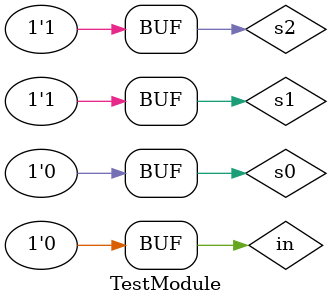
<source format=v>
`timescale 1ns / 1ps


module TestModule;
// Inputs
reg in;
reg s0;
reg s1;
reg s2;

// Outputs
wire d0;
wire d1;
wire d2;
wire d3;
wire d4;
wire d5;
wire d6;
wire d7;

// Instantiate the Unit Under Test (UUT)
Demultiplexer uut (
.in(in), 
.s0(s0), 
.s1(s1), 
.s2(s2), 
.d0(d0), 
.d1(d1), 
.d2(d2), 
.d3(d3), 
.d4(d4), 
.d5(d5), 
.d6(d6), 
.d7(d7)
);
initial begin
// Initialize Inputs
in = 0;
s0 = 0;
s1 = 0;
s2 = 0;
// Wait 50 ns for global reset to finish
#50;
in = 1;
s0 = 0;
s1 = 1;
s2 = 0;
// Wait 50 ns for global reset to finish
#50;
in = 0;
s0 = 1;
s1 = 0;
s2 = 1;
// Wait 50 ns for global reset to finish
#50;
in = 0;
s0 = 0;
s1 = 1;
s2 = 0;
// Wait 50 ns for global reset to finish
#50;
in = 1;
s0 = 0;
s1 = 0;
s2 = 0;
// Wait 50 ns for global reset to finish
#50;
in = 0;
s0 = 0;
s1 = 1;
s2 = 1;
// Wait 50 ns for global reset to finish
#50;
// Add stimulus here
end
endmodule
</source>
